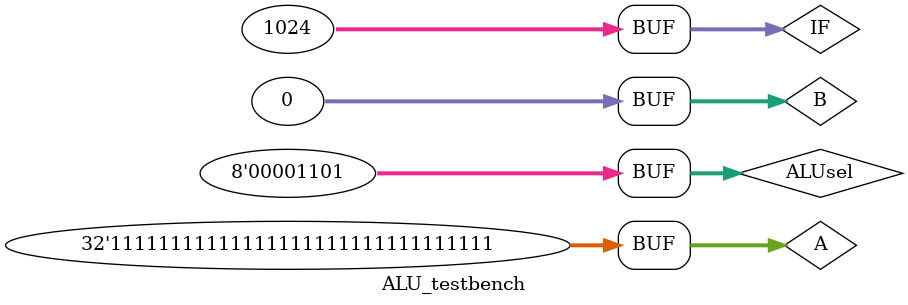
<source format=v>
`timescale 1ns / 1ps


module ALU_testbench;

	// Inputs
	reg [31:0] A;
	reg [31:0] B;
	reg [31:0] IF;
	reg [7:0] ALUsel;

	// Outputs
	wire [31:0] C;

	// Instantiate the Unit Under Test (UUT)
	ALU uut (
		.A(A), 
		.B(B), 
		.IF(IF), 
		.ALUsel(ALUsel), 
		.C(C)
	);

	initial begin
		// Initialize Inputs
		A = 0;
		B = 0;
		IF = 0;
		ALUsel = 0;

		// Wait 100 ns for global reset to finish
		#100;
		//Âß¼­×óÒÆ
		A=1;
      B=32'h8765432f;
		IF[11:7]=8;
		ALUsel=3;
		#10
		//Âß¼­ÓÒÒÆ
		ALUsel=4;
		IF[11:7]=8;
		B=32'h8765432f;
		#10
		//ËãÊýÓÒÒÆ
		ALUsel=5;
		IF[11:7]=8;
		B=32'h8765432f;
		#10
		//Âß¼­¿É±ä×óÒÆ
		ALUsel=6;
		A=32'hfffffff4;
		IF[11:7]=8;
		B=32'h8765432f;
		#10
		//Âß¼­¿É±äÓÒÒÆ
		ALUsel=7;
		A=32'hfffffff4;
		IF[11:7]=8;
		B=32'h8765432f;
		#10
		//ËãÊý¿É±äÓÒÒÆ
		ALUsel=8;
		A=32'hfffffff4;
		IF[11:7]=8;
		B=32'h8765432f;
		#10
		//·ûºÅÐ¡ÓÚÖÃÎ»
		ALUsel=12;
		A=32'hffffffff;
		B=0;
		#10
		//ÎÞ·ûºÅÐ¡ÓÚÖÃÎ»
		ALUsel=13;
		A=32'hffffffff;
		B=0;
		// Add stimulus here

	end
      
endmodule


</source>
